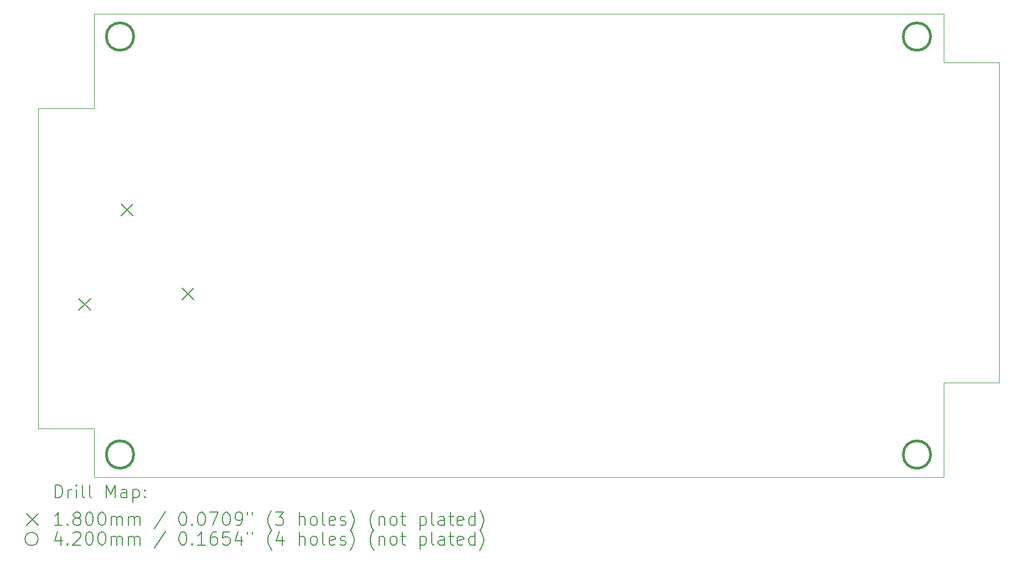
<source format=gbr>
%TF.GenerationSoftware,KiCad,Pcbnew,8.0.1*%
%TF.CreationDate,2025-05-08T07:15:41+02:00*%
%TF.ProjectId,prj-gardmer-mb-v2,70726a2d-6761-4726-946d-65722d6d622d,rev?*%
%TF.SameCoordinates,PX4fa1be0PY7872f60*%
%TF.FileFunction,Drillmap*%
%TF.FilePolarity,Positive*%
%FSLAX45Y45*%
G04 Gerber Fmt 4.5, Leading zero omitted, Abs format (unit mm)*
G04 Created by KiCad (PCBNEW 8.0.1) date 2025-05-08 07:15:41*
%MOMM*%
%LPD*%
G01*
G04 APERTURE LIST*
%ADD10C,0.050000*%
%ADD11C,0.200000*%
%ADD12C,0.180000*%
%ADD13C,0.420000*%
G04 APERTURE END LIST*
D10*
X0Y7100000D02*
X13000000Y7100000D01*
X13000000Y6350000D02*
X13850000Y6350000D01*
X0Y0D02*
X13000000Y0D01*
X13850000Y6350000D02*
X13850000Y1450000D01*
X13850000Y1450000D02*
X13000000Y1450000D01*
X-850000Y5650000D02*
X-850000Y750000D01*
X13000000Y7100000D02*
X13000000Y6350000D01*
X0Y7100000D02*
X0Y5650000D01*
X-850000Y750000D02*
X0Y750000D01*
X13000000Y1450000D02*
X13000000Y0D01*
X0Y5650000D02*
X-850000Y5650000D01*
X0Y750000D02*
X0Y0D01*
D11*
D12*
X-230250Y2737177D02*
X-50250Y2557177D01*
X-50250Y2737177D02*
X-230250Y2557177D01*
X414858Y4188550D02*
X594859Y4008550D01*
X594859Y4188550D02*
X414858Y4008550D01*
X1349437Y2902213D02*
X1529437Y2722213D01*
X1529437Y2902213D02*
X1349437Y2722213D01*
D13*
X610000Y6750000D02*
G75*
G02*
X190000Y6750000I-210000J0D01*
G01*
X190000Y6750000D02*
G75*
G02*
X610000Y6750000I210000J0D01*
G01*
X610000Y350000D02*
G75*
G02*
X190000Y350000I-210000J0D01*
G01*
X190000Y350000D02*
G75*
G02*
X610000Y350000I210000J0D01*
G01*
X12800000Y6750000D02*
G75*
G02*
X12380000Y6750000I-210000J0D01*
G01*
X12380000Y6750000D02*
G75*
G02*
X12800000Y6750000I210000J0D01*
G01*
X12800000Y350000D02*
G75*
G02*
X12380000Y350000I-210000J0D01*
G01*
X12380000Y350000D02*
G75*
G02*
X12800000Y350000I210000J0D01*
G01*
D11*
X-591723Y-313984D02*
X-591723Y-113984D01*
X-591723Y-113984D02*
X-544104Y-113984D01*
X-544104Y-113984D02*
X-515533Y-123508D01*
X-515533Y-123508D02*
X-496485Y-142555D01*
X-496485Y-142555D02*
X-486961Y-161603D01*
X-486961Y-161603D02*
X-477437Y-199698D01*
X-477437Y-199698D02*
X-477437Y-228269D01*
X-477437Y-228269D02*
X-486961Y-266365D01*
X-486961Y-266365D02*
X-496485Y-285412D01*
X-496485Y-285412D02*
X-515533Y-304460D01*
X-515533Y-304460D02*
X-544104Y-313984D01*
X-544104Y-313984D02*
X-591723Y-313984D01*
X-391723Y-313984D02*
X-391723Y-180650D01*
X-391723Y-218746D02*
X-382199Y-199698D01*
X-382199Y-199698D02*
X-372676Y-190174D01*
X-372676Y-190174D02*
X-353628Y-180650D01*
X-353628Y-180650D02*
X-334580Y-180650D01*
X-267914Y-313984D02*
X-267914Y-180650D01*
X-267914Y-113984D02*
X-277438Y-123508D01*
X-277438Y-123508D02*
X-267914Y-133031D01*
X-267914Y-133031D02*
X-258390Y-123508D01*
X-258390Y-123508D02*
X-267914Y-113984D01*
X-267914Y-113984D02*
X-267914Y-133031D01*
X-144104Y-313984D02*
X-163152Y-304460D01*
X-163152Y-304460D02*
X-172676Y-285412D01*
X-172676Y-285412D02*
X-172676Y-113984D01*
X-39342Y-313984D02*
X-58390Y-304460D01*
X-58390Y-304460D02*
X-67914Y-285412D01*
X-67914Y-285412D02*
X-67914Y-113984D01*
X189229Y-313984D02*
X189229Y-113984D01*
X189229Y-113984D02*
X255896Y-256841D01*
X255896Y-256841D02*
X322563Y-113984D01*
X322563Y-113984D02*
X322563Y-313984D01*
X503515Y-313984D02*
X503515Y-209222D01*
X503515Y-209222D02*
X493991Y-190174D01*
X493991Y-190174D02*
X474943Y-180650D01*
X474943Y-180650D02*
X436848Y-180650D01*
X436848Y-180650D02*
X417801Y-190174D01*
X503515Y-304460D02*
X484467Y-313984D01*
X484467Y-313984D02*
X436848Y-313984D01*
X436848Y-313984D02*
X417801Y-304460D01*
X417801Y-304460D02*
X408277Y-285412D01*
X408277Y-285412D02*
X408277Y-266365D01*
X408277Y-266365D02*
X417801Y-247317D01*
X417801Y-247317D02*
X436848Y-237793D01*
X436848Y-237793D02*
X484467Y-237793D01*
X484467Y-237793D02*
X503515Y-228269D01*
X598753Y-180650D02*
X598753Y-380650D01*
X598753Y-190174D02*
X617801Y-180650D01*
X617801Y-180650D02*
X655896Y-180650D01*
X655896Y-180650D02*
X674944Y-190174D01*
X674944Y-190174D02*
X684467Y-199698D01*
X684467Y-199698D02*
X693991Y-218746D01*
X693991Y-218746D02*
X693991Y-275889D01*
X693991Y-275889D02*
X684467Y-294936D01*
X684467Y-294936D02*
X674944Y-304460D01*
X674944Y-304460D02*
X655896Y-313984D01*
X655896Y-313984D02*
X617801Y-313984D01*
X617801Y-313984D02*
X598753Y-304460D01*
X779705Y-294936D02*
X789229Y-304460D01*
X789229Y-304460D02*
X779705Y-313984D01*
X779705Y-313984D02*
X770182Y-304460D01*
X770182Y-304460D02*
X779705Y-294936D01*
X779705Y-294936D02*
X779705Y-313984D01*
X779705Y-190174D02*
X789229Y-199698D01*
X789229Y-199698D02*
X779705Y-209222D01*
X779705Y-209222D02*
X770182Y-199698D01*
X770182Y-199698D02*
X779705Y-190174D01*
X779705Y-190174D02*
X779705Y-209222D01*
D12*
X-1032500Y-552500D02*
X-852500Y-732500D01*
X-852500Y-552500D02*
X-1032500Y-732500D01*
D11*
X-486961Y-733984D02*
X-601247Y-733984D01*
X-544104Y-733984D02*
X-544104Y-533984D01*
X-544104Y-533984D02*
X-563152Y-562555D01*
X-563152Y-562555D02*
X-582199Y-581603D01*
X-582199Y-581603D02*
X-601247Y-591127D01*
X-401247Y-714936D02*
X-391723Y-724460D01*
X-391723Y-724460D02*
X-401247Y-733984D01*
X-401247Y-733984D02*
X-410771Y-724460D01*
X-410771Y-724460D02*
X-401247Y-714936D01*
X-401247Y-714936D02*
X-401247Y-733984D01*
X-277438Y-619698D02*
X-296485Y-610174D01*
X-296485Y-610174D02*
X-306009Y-600650D01*
X-306009Y-600650D02*
X-315533Y-581603D01*
X-315533Y-581603D02*
X-315533Y-572079D01*
X-315533Y-572079D02*
X-306009Y-553031D01*
X-306009Y-553031D02*
X-296485Y-543508D01*
X-296485Y-543508D02*
X-277438Y-533984D01*
X-277438Y-533984D02*
X-239342Y-533984D01*
X-239342Y-533984D02*
X-220295Y-543508D01*
X-220295Y-543508D02*
X-210771Y-553031D01*
X-210771Y-553031D02*
X-201247Y-572079D01*
X-201247Y-572079D02*
X-201247Y-581603D01*
X-201247Y-581603D02*
X-210771Y-600650D01*
X-210771Y-600650D02*
X-220295Y-610174D01*
X-220295Y-610174D02*
X-239342Y-619698D01*
X-239342Y-619698D02*
X-277438Y-619698D01*
X-277438Y-619698D02*
X-296485Y-629222D01*
X-296485Y-629222D02*
X-306009Y-638746D01*
X-306009Y-638746D02*
X-315533Y-657793D01*
X-315533Y-657793D02*
X-315533Y-695889D01*
X-315533Y-695889D02*
X-306009Y-714936D01*
X-306009Y-714936D02*
X-296485Y-724460D01*
X-296485Y-724460D02*
X-277438Y-733984D01*
X-277438Y-733984D02*
X-239342Y-733984D01*
X-239342Y-733984D02*
X-220295Y-724460D01*
X-220295Y-724460D02*
X-210771Y-714936D01*
X-210771Y-714936D02*
X-201247Y-695889D01*
X-201247Y-695889D02*
X-201247Y-657793D01*
X-201247Y-657793D02*
X-210771Y-638746D01*
X-210771Y-638746D02*
X-220295Y-629222D01*
X-220295Y-629222D02*
X-239342Y-619698D01*
X-77438Y-533984D02*
X-58390Y-533984D01*
X-58390Y-533984D02*
X-39342Y-543508D01*
X-39342Y-543508D02*
X-29818Y-553031D01*
X-29818Y-553031D02*
X-20295Y-572079D01*
X-20295Y-572079D02*
X-10771Y-610174D01*
X-10771Y-610174D02*
X-10771Y-657793D01*
X-10771Y-657793D02*
X-20295Y-695889D01*
X-20295Y-695889D02*
X-29818Y-714936D01*
X-29818Y-714936D02*
X-39342Y-724460D01*
X-39342Y-724460D02*
X-58390Y-733984D01*
X-58390Y-733984D02*
X-77438Y-733984D01*
X-77438Y-733984D02*
X-96485Y-724460D01*
X-96485Y-724460D02*
X-106009Y-714936D01*
X-106009Y-714936D02*
X-115533Y-695889D01*
X-115533Y-695889D02*
X-125056Y-657793D01*
X-125056Y-657793D02*
X-125056Y-610174D01*
X-125056Y-610174D02*
X-115533Y-572079D01*
X-115533Y-572079D02*
X-106009Y-553031D01*
X-106009Y-553031D02*
X-96485Y-543508D01*
X-96485Y-543508D02*
X-77438Y-533984D01*
X113039Y-533984D02*
X132086Y-533984D01*
X132086Y-533984D02*
X151134Y-543508D01*
X151134Y-543508D02*
X160658Y-553031D01*
X160658Y-553031D02*
X170182Y-572079D01*
X170182Y-572079D02*
X179705Y-610174D01*
X179705Y-610174D02*
X179705Y-657793D01*
X179705Y-657793D02*
X170182Y-695889D01*
X170182Y-695889D02*
X160658Y-714936D01*
X160658Y-714936D02*
X151134Y-724460D01*
X151134Y-724460D02*
X132086Y-733984D01*
X132086Y-733984D02*
X113039Y-733984D01*
X113039Y-733984D02*
X93991Y-724460D01*
X93991Y-724460D02*
X84467Y-714936D01*
X84467Y-714936D02*
X74944Y-695889D01*
X74944Y-695889D02*
X65420Y-657793D01*
X65420Y-657793D02*
X65420Y-610174D01*
X65420Y-610174D02*
X74944Y-572079D01*
X74944Y-572079D02*
X84467Y-553031D01*
X84467Y-553031D02*
X93991Y-543508D01*
X93991Y-543508D02*
X113039Y-533984D01*
X265420Y-733984D02*
X265420Y-600650D01*
X265420Y-619698D02*
X274944Y-610174D01*
X274944Y-610174D02*
X293991Y-600650D01*
X293991Y-600650D02*
X322563Y-600650D01*
X322563Y-600650D02*
X341610Y-610174D01*
X341610Y-610174D02*
X351134Y-629222D01*
X351134Y-629222D02*
X351134Y-733984D01*
X351134Y-629222D02*
X360658Y-610174D01*
X360658Y-610174D02*
X379705Y-600650D01*
X379705Y-600650D02*
X408277Y-600650D01*
X408277Y-600650D02*
X427324Y-610174D01*
X427324Y-610174D02*
X436848Y-629222D01*
X436848Y-629222D02*
X436848Y-733984D01*
X532086Y-733984D02*
X532086Y-600650D01*
X532086Y-619698D02*
X541610Y-610174D01*
X541610Y-610174D02*
X560658Y-600650D01*
X560658Y-600650D02*
X589229Y-600650D01*
X589229Y-600650D02*
X608277Y-610174D01*
X608277Y-610174D02*
X617801Y-629222D01*
X617801Y-629222D02*
X617801Y-733984D01*
X617801Y-629222D02*
X627325Y-610174D01*
X627325Y-610174D02*
X646372Y-600650D01*
X646372Y-600650D02*
X674944Y-600650D01*
X674944Y-600650D02*
X693991Y-610174D01*
X693991Y-610174D02*
X703515Y-629222D01*
X703515Y-629222D02*
X703515Y-733984D01*
X1093991Y-524460D02*
X922563Y-781603D01*
X1351134Y-533984D02*
X1370182Y-533984D01*
X1370182Y-533984D02*
X1389229Y-543508D01*
X1389229Y-543508D02*
X1398753Y-553031D01*
X1398753Y-553031D02*
X1408277Y-572079D01*
X1408277Y-572079D02*
X1417801Y-610174D01*
X1417801Y-610174D02*
X1417801Y-657793D01*
X1417801Y-657793D02*
X1408277Y-695889D01*
X1408277Y-695889D02*
X1398753Y-714936D01*
X1398753Y-714936D02*
X1389229Y-724460D01*
X1389229Y-724460D02*
X1370182Y-733984D01*
X1370182Y-733984D02*
X1351134Y-733984D01*
X1351134Y-733984D02*
X1332087Y-724460D01*
X1332087Y-724460D02*
X1322563Y-714936D01*
X1322563Y-714936D02*
X1313039Y-695889D01*
X1313039Y-695889D02*
X1303515Y-657793D01*
X1303515Y-657793D02*
X1303515Y-610174D01*
X1303515Y-610174D02*
X1313039Y-572079D01*
X1313039Y-572079D02*
X1322563Y-553031D01*
X1322563Y-553031D02*
X1332087Y-543508D01*
X1332087Y-543508D02*
X1351134Y-533984D01*
X1503515Y-714936D02*
X1513039Y-724460D01*
X1513039Y-724460D02*
X1503515Y-733984D01*
X1503515Y-733984D02*
X1493991Y-724460D01*
X1493991Y-724460D02*
X1503515Y-714936D01*
X1503515Y-714936D02*
X1503515Y-733984D01*
X1636848Y-533984D02*
X1655896Y-533984D01*
X1655896Y-533984D02*
X1674944Y-543508D01*
X1674944Y-543508D02*
X1684467Y-553031D01*
X1684467Y-553031D02*
X1693991Y-572079D01*
X1693991Y-572079D02*
X1703515Y-610174D01*
X1703515Y-610174D02*
X1703515Y-657793D01*
X1703515Y-657793D02*
X1693991Y-695889D01*
X1693991Y-695889D02*
X1684467Y-714936D01*
X1684467Y-714936D02*
X1674944Y-724460D01*
X1674944Y-724460D02*
X1655896Y-733984D01*
X1655896Y-733984D02*
X1636848Y-733984D01*
X1636848Y-733984D02*
X1617801Y-724460D01*
X1617801Y-724460D02*
X1608277Y-714936D01*
X1608277Y-714936D02*
X1598753Y-695889D01*
X1598753Y-695889D02*
X1589229Y-657793D01*
X1589229Y-657793D02*
X1589229Y-610174D01*
X1589229Y-610174D02*
X1598753Y-572079D01*
X1598753Y-572079D02*
X1608277Y-553031D01*
X1608277Y-553031D02*
X1617801Y-543508D01*
X1617801Y-543508D02*
X1636848Y-533984D01*
X1770182Y-533984D02*
X1903515Y-533984D01*
X1903515Y-533984D02*
X1817801Y-733984D01*
X2017801Y-533984D02*
X2036848Y-533984D01*
X2036848Y-533984D02*
X2055896Y-543508D01*
X2055896Y-543508D02*
X2065420Y-553031D01*
X2065420Y-553031D02*
X2074944Y-572079D01*
X2074944Y-572079D02*
X2084467Y-610174D01*
X2084467Y-610174D02*
X2084467Y-657793D01*
X2084467Y-657793D02*
X2074944Y-695889D01*
X2074944Y-695889D02*
X2065420Y-714936D01*
X2065420Y-714936D02*
X2055896Y-724460D01*
X2055896Y-724460D02*
X2036848Y-733984D01*
X2036848Y-733984D02*
X2017801Y-733984D01*
X2017801Y-733984D02*
X1998753Y-724460D01*
X1998753Y-724460D02*
X1989229Y-714936D01*
X1989229Y-714936D02*
X1979706Y-695889D01*
X1979706Y-695889D02*
X1970182Y-657793D01*
X1970182Y-657793D02*
X1970182Y-610174D01*
X1970182Y-610174D02*
X1979706Y-572079D01*
X1979706Y-572079D02*
X1989229Y-553031D01*
X1989229Y-553031D02*
X1998753Y-543508D01*
X1998753Y-543508D02*
X2017801Y-533984D01*
X2179706Y-733984D02*
X2217801Y-733984D01*
X2217801Y-733984D02*
X2236849Y-724460D01*
X2236849Y-724460D02*
X2246372Y-714936D01*
X2246372Y-714936D02*
X2265420Y-686365D01*
X2265420Y-686365D02*
X2274944Y-648270D01*
X2274944Y-648270D02*
X2274944Y-572079D01*
X2274944Y-572079D02*
X2265420Y-553031D01*
X2265420Y-553031D02*
X2255896Y-543508D01*
X2255896Y-543508D02*
X2236849Y-533984D01*
X2236849Y-533984D02*
X2198753Y-533984D01*
X2198753Y-533984D02*
X2179706Y-543508D01*
X2179706Y-543508D02*
X2170182Y-553031D01*
X2170182Y-553031D02*
X2160658Y-572079D01*
X2160658Y-572079D02*
X2160658Y-619698D01*
X2160658Y-619698D02*
X2170182Y-638746D01*
X2170182Y-638746D02*
X2179706Y-648270D01*
X2179706Y-648270D02*
X2198753Y-657793D01*
X2198753Y-657793D02*
X2236849Y-657793D01*
X2236849Y-657793D02*
X2255896Y-648270D01*
X2255896Y-648270D02*
X2265420Y-638746D01*
X2265420Y-638746D02*
X2274944Y-619698D01*
X2351134Y-533984D02*
X2351134Y-572079D01*
X2427325Y-533984D02*
X2427325Y-572079D01*
X2722563Y-810174D02*
X2713039Y-800650D01*
X2713039Y-800650D02*
X2693991Y-772079D01*
X2693991Y-772079D02*
X2684468Y-753031D01*
X2684468Y-753031D02*
X2674944Y-724460D01*
X2674944Y-724460D02*
X2665420Y-676841D01*
X2665420Y-676841D02*
X2665420Y-638746D01*
X2665420Y-638746D02*
X2674944Y-591127D01*
X2674944Y-591127D02*
X2684468Y-562555D01*
X2684468Y-562555D02*
X2693991Y-543508D01*
X2693991Y-543508D02*
X2713039Y-514936D01*
X2713039Y-514936D02*
X2722563Y-505412D01*
X2779706Y-533984D02*
X2903515Y-533984D01*
X2903515Y-533984D02*
X2836848Y-610174D01*
X2836848Y-610174D02*
X2865420Y-610174D01*
X2865420Y-610174D02*
X2884468Y-619698D01*
X2884468Y-619698D02*
X2893991Y-629222D01*
X2893991Y-629222D02*
X2903515Y-648270D01*
X2903515Y-648270D02*
X2903515Y-695889D01*
X2903515Y-695889D02*
X2893991Y-714936D01*
X2893991Y-714936D02*
X2884468Y-724460D01*
X2884468Y-724460D02*
X2865420Y-733984D01*
X2865420Y-733984D02*
X2808277Y-733984D01*
X2808277Y-733984D02*
X2789230Y-724460D01*
X2789230Y-724460D02*
X2779706Y-714936D01*
X3141610Y-733984D02*
X3141610Y-533984D01*
X3227325Y-733984D02*
X3227325Y-629222D01*
X3227325Y-629222D02*
X3217801Y-610174D01*
X3217801Y-610174D02*
X3198753Y-600650D01*
X3198753Y-600650D02*
X3170182Y-600650D01*
X3170182Y-600650D02*
X3151134Y-610174D01*
X3151134Y-610174D02*
X3141610Y-619698D01*
X3351134Y-733984D02*
X3332087Y-724460D01*
X3332087Y-724460D02*
X3322563Y-714936D01*
X3322563Y-714936D02*
X3313039Y-695889D01*
X3313039Y-695889D02*
X3313039Y-638746D01*
X3313039Y-638746D02*
X3322563Y-619698D01*
X3322563Y-619698D02*
X3332087Y-610174D01*
X3332087Y-610174D02*
X3351134Y-600650D01*
X3351134Y-600650D02*
X3379706Y-600650D01*
X3379706Y-600650D02*
X3398753Y-610174D01*
X3398753Y-610174D02*
X3408277Y-619698D01*
X3408277Y-619698D02*
X3417801Y-638746D01*
X3417801Y-638746D02*
X3417801Y-695889D01*
X3417801Y-695889D02*
X3408277Y-714936D01*
X3408277Y-714936D02*
X3398753Y-724460D01*
X3398753Y-724460D02*
X3379706Y-733984D01*
X3379706Y-733984D02*
X3351134Y-733984D01*
X3532087Y-733984D02*
X3513039Y-724460D01*
X3513039Y-724460D02*
X3503515Y-705412D01*
X3503515Y-705412D02*
X3503515Y-533984D01*
X3684468Y-724460D02*
X3665420Y-733984D01*
X3665420Y-733984D02*
X3627325Y-733984D01*
X3627325Y-733984D02*
X3608277Y-724460D01*
X3608277Y-724460D02*
X3598753Y-705412D01*
X3598753Y-705412D02*
X3598753Y-629222D01*
X3598753Y-629222D02*
X3608277Y-610174D01*
X3608277Y-610174D02*
X3627325Y-600650D01*
X3627325Y-600650D02*
X3665420Y-600650D01*
X3665420Y-600650D02*
X3684468Y-610174D01*
X3684468Y-610174D02*
X3693991Y-629222D01*
X3693991Y-629222D02*
X3693991Y-648270D01*
X3693991Y-648270D02*
X3598753Y-667317D01*
X3770182Y-724460D02*
X3789230Y-733984D01*
X3789230Y-733984D02*
X3827325Y-733984D01*
X3827325Y-733984D02*
X3846372Y-724460D01*
X3846372Y-724460D02*
X3855896Y-705412D01*
X3855896Y-705412D02*
X3855896Y-695889D01*
X3855896Y-695889D02*
X3846372Y-676841D01*
X3846372Y-676841D02*
X3827325Y-667317D01*
X3827325Y-667317D02*
X3798753Y-667317D01*
X3798753Y-667317D02*
X3779706Y-657793D01*
X3779706Y-657793D02*
X3770182Y-638746D01*
X3770182Y-638746D02*
X3770182Y-629222D01*
X3770182Y-629222D02*
X3779706Y-610174D01*
X3779706Y-610174D02*
X3798753Y-600650D01*
X3798753Y-600650D02*
X3827325Y-600650D01*
X3827325Y-600650D02*
X3846372Y-610174D01*
X3922563Y-810174D02*
X3932087Y-800650D01*
X3932087Y-800650D02*
X3951134Y-772079D01*
X3951134Y-772079D02*
X3960658Y-753031D01*
X3960658Y-753031D02*
X3970182Y-724460D01*
X3970182Y-724460D02*
X3979706Y-676841D01*
X3979706Y-676841D02*
X3979706Y-638746D01*
X3979706Y-638746D02*
X3970182Y-591127D01*
X3970182Y-591127D02*
X3960658Y-562555D01*
X3960658Y-562555D02*
X3951134Y-543508D01*
X3951134Y-543508D02*
X3932087Y-514936D01*
X3932087Y-514936D02*
X3922563Y-505412D01*
X4284468Y-810174D02*
X4274944Y-800650D01*
X4274944Y-800650D02*
X4255896Y-772079D01*
X4255896Y-772079D02*
X4246373Y-753031D01*
X4246373Y-753031D02*
X4236849Y-724460D01*
X4236849Y-724460D02*
X4227325Y-676841D01*
X4227325Y-676841D02*
X4227325Y-638746D01*
X4227325Y-638746D02*
X4236849Y-591127D01*
X4236849Y-591127D02*
X4246373Y-562555D01*
X4246373Y-562555D02*
X4255896Y-543508D01*
X4255896Y-543508D02*
X4274944Y-514936D01*
X4274944Y-514936D02*
X4284468Y-505412D01*
X4360658Y-600650D02*
X4360658Y-733984D01*
X4360658Y-619698D02*
X4370182Y-610174D01*
X4370182Y-610174D02*
X4389230Y-600650D01*
X4389230Y-600650D02*
X4417801Y-600650D01*
X4417801Y-600650D02*
X4436849Y-610174D01*
X4436849Y-610174D02*
X4446373Y-629222D01*
X4446373Y-629222D02*
X4446373Y-733984D01*
X4570182Y-733984D02*
X4551134Y-724460D01*
X4551134Y-724460D02*
X4541611Y-714936D01*
X4541611Y-714936D02*
X4532087Y-695889D01*
X4532087Y-695889D02*
X4532087Y-638746D01*
X4532087Y-638746D02*
X4541611Y-619698D01*
X4541611Y-619698D02*
X4551134Y-610174D01*
X4551134Y-610174D02*
X4570182Y-600650D01*
X4570182Y-600650D02*
X4598754Y-600650D01*
X4598754Y-600650D02*
X4617801Y-610174D01*
X4617801Y-610174D02*
X4627325Y-619698D01*
X4627325Y-619698D02*
X4636849Y-638746D01*
X4636849Y-638746D02*
X4636849Y-695889D01*
X4636849Y-695889D02*
X4627325Y-714936D01*
X4627325Y-714936D02*
X4617801Y-724460D01*
X4617801Y-724460D02*
X4598754Y-733984D01*
X4598754Y-733984D02*
X4570182Y-733984D01*
X4693992Y-600650D02*
X4770182Y-600650D01*
X4722563Y-533984D02*
X4722563Y-705412D01*
X4722563Y-705412D02*
X4732087Y-724460D01*
X4732087Y-724460D02*
X4751134Y-733984D01*
X4751134Y-733984D02*
X4770182Y-733984D01*
X4989230Y-600650D02*
X4989230Y-800650D01*
X4989230Y-610174D02*
X5008277Y-600650D01*
X5008277Y-600650D02*
X5046373Y-600650D01*
X5046373Y-600650D02*
X5065420Y-610174D01*
X5065420Y-610174D02*
X5074944Y-619698D01*
X5074944Y-619698D02*
X5084468Y-638746D01*
X5084468Y-638746D02*
X5084468Y-695889D01*
X5084468Y-695889D02*
X5074944Y-714936D01*
X5074944Y-714936D02*
X5065420Y-724460D01*
X5065420Y-724460D02*
X5046373Y-733984D01*
X5046373Y-733984D02*
X5008277Y-733984D01*
X5008277Y-733984D02*
X4989230Y-724460D01*
X5198754Y-733984D02*
X5179706Y-724460D01*
X5179706Y-724460D02*
X5170182Y-705412D01*
X5170182Y-705412D02*
X5170182Y-533984D01*
X5360658Y-733984D02*
X5360658Y-629222D01*
X5360658Y-629222D02*
X5351135Y-610174D01*
X5351135Y-610174D02*
X5332087Y-600650D01*
X5332087Y-600650D02*
X5293992Y-600650D01*
X5293992Y-600650D02*
X5274944Y-610174D01*
X5360658Y-724460D02*
X5341611Y-733984D01*
X5341611Y-733984D02*
X5293992Y-733984D01*
X5293992Y-733984D02*
X5274944Y-724460D01*
X5274944Y-724460D02*
X5265420Y-705412D01*
X5265420Y-705412D02*
X5265420Y-686365D01*
X5265420Y-686365D02*
X5274944Y-667317D01*
X5274944Y-667317D02*
X5293992Y-657793D01*
X5293992Y-657793D02*
X5341611Y-657793D01*
X5341611Y-657793D02*
X5360658Y-648270D01*
X5427325Y-600650D02*
X5503515Y-600650D01*
X5455896Y-533984D02*
X5455896Y-705412D01*
X5455896Y-705412D02*
X5465420Y-724460D01*
X5465420Y-724460D02*
X5484468Y-733984D01*
X5484468Y-733984D02*
X5503515Y-733984D01*
X5646373Y-724460D02*
X5627325Y-733984D01*
X5627325Y-733984D02*
X5589230Y-733984D01*
X5589230Y-733984D02*
X5570182Y-724460D01*
X5570182Y-724460D02*
X5560658Y-705412D01*
X5560658Y-705412D02*
X5560658Y-629222D01*
X5560658Y-629222D02*
X5570182Y-610174D01*
X5570182Y-610174D02*
X5589230Y-600650D01*
X5589230Y-600650D02*
X5627325Y-600650D01*
X5627325Y-600650D02*
X5646373Y-610174D01*
X5646373Y-610174D02*
X5655896Y-629222D01*
X5655896Y-629222D02*
X5655896Y-648270D01*
X5655896Y-648270D02*
X5560658Y-667317D01*
X5827325Y-733984D02*
X5827325Y-533984D01*
X5827325Y-724460D02*
X5808277Y-733984D01*
X5808277Y-733984D02*
X5770182Y-733984D01*
X5770182Y-733984D02*
X5751134Y-724460D01*
X5751134Y-724460D02*
X5741611Y-714936D01*
X5741611Y-714936D02*
X5732087Y-695889D01*
X5732087Y-695889D02*
X5732087Y-638746D01*
X5732087Y-638746D02*
X5741611Y-619698D01*
X5741611Y-619698D02*
X5751134Y-610174D01*
X5751134Y-610174D02*
X5770182Y-600650D01*
X5770182Y-600650D02*
X5808277Y-600650D01*
X5808277Y-600650D02*
X5827325Y-610174D01*
X5903515Y-810174D02*
X5913039Y-800650D01*
X5913039Y-800650D02*
X5932087Y-772079D01*
X5932087Y-772079D02*
X5941611Y-753031D01*
X5941611Y-753031D02*
X5951134Y-724460D01*
X5951134Y-724460D02*
X5960658Y-676841D01*
X5960658Y-676841D02*
X5960658Y-638746D01*
X5960658Y-638746D02*
X5951134Y-591127D01*
X5951134Y-591127D02*
X5941611Y-562555D01*
X5941611Y-562555D02*
X5932087Y-543508D01*
X5932087Y-543508D02*
X5913039Y-514936D01*
X5913039Y-514936D02*
X5903515Y-505412D01*
X-852500Y-942500D02*
G75*
G02*
X-1052500Y-942500I-100000J0D01*
G01*
X-1052500Y-942500D02*
G75*
G02*
X-852500Y-942500I100000J0D01*
G01*
X-506009Y-900650D02*
X-506009Y-1033984D01*
X-553628Y-824460D02*
X-601247Y-967317D01*
X-601247Y-967317D02*
X-477437Y-967317D01*
X-401247Y-1014936D02*
X-391723Y-1024460D01*
X-391723Y-1024460D02*
X-401247Y-1033984D01*
X-401247Y-1033984D02*
X-410771Y-1024460D01*
X-410771Y-1024460D02*
X-401247Y-1014936D01*
X-401247Y-1014936D02*
X-401247Y-1033984D01*
X-315533Y-853031D02*
X-306009Y-843508D01*
X-306009Y-843508D02*
X-286961Y-833984D01*
X-286961Y-833984D02*
X-239342Y-833984D01*
X-239342Y-833984D02*
X-220295Y-843508D01*
X-220295Y-843508D02*
X-210771Y-853031D01*
X-210771Y-853031D02*
X-201247Y-872079D01*
X-201247Y-872079D02*
X-201247Y-891127D01*
X-201247Y-891127D02*
X-210771Y-919698D01*
X-210771Y-919698D02*
X-325057Y-1033984D01*
X-325057Y-1033984D02*
X-201247Y-1033984D01*
X-77438Y-833984D02*
X-58390Y-833984D01*
X-58390Y-833984D02*
X-39342Y-843508D01*
X-39342Y-843508D02*
X-29818Y-853031D01*
X-29818Y-853031D02*
X-20295Y-872079D01*
X-20295Y-872079D02*
X-10771Y-910174D01*
X-10771Y-910174D02*
X-10771Y-957793D01*
X-10771Y-957793D02*
X-20295Y-995888D01*
X-20295Y-995888D02*
X-29818Y-1014936D01*
X-29818Y-1014936D02*
X-39342Y-1024460D01*
X-39342Y-1024460D02*
X-58390Y-1033984D01*
X-58390Y-1033984D02*
X-77438Y-1033984D01*
X-77438Y-1033984D02*
X-96485Y-1024460D01*
X-96485Y-1024460D02*
X-106009Y-1014936D01*
X-106009Y-1014936D02*
X-115533Y-995888D01*
X-115533Y-995888D02*
X-125056Y-957793D01*
X-125056Y-957793D02*
X-125056Y-910174D01*
X-125056Y-910174D02*
X-115533Y-872079D01*
X-115533Y-872079D02*
X-106009Y-853031D01*
X-106009Y-853031D02*
X-96485Y-843508D01*
X-96485Y-843508D02*
X-77438Y-833984D01*
X113039Y-833984D02*
X132086Y-833984D01*
X132086Y-833984D02*
X151134Y-843508D01*
X151134Y-843508D02*
X160658Y-853031D01*
X160658Y-853031D02*
X170182Y-872079D01*
X170182Y-872079D02*
X179705Y-910174D01*
X179705Y-910174D02*
X179705Y-957793D01*
X179705Y-957793D02*
X170182Y-995888D01*
X170182Y-995888D02*
X160658Y-1014936D01*
X160658Y-1014936D02*
X151134Y-1024460D01*
X151134Y-1024460D02*
X132086Y-1033984D01*
X132086Y-1033984D02*
X113039Y-1033984D01*
X113039Y-1033984D02*
X93991Y-1024460D01*
X93991Y-1024460D02*
X84467Y-1014936D01*
X84467Y-1014936D02*
X74944Y-995888D01*
X74944Y-995888D02*
X65420Y-957793D01*
X65420Y-957793D02*
X65420Y-910174D01*
X65420Y-910174D02*
X74944Y-872079D01*
X74944Y-872079D02*
X84467Y-853031D01*
X84467Y-853031D02*
X93991Y-843508D01*
X93991Y-843508D02*
X113039Y-833984D01*
X265420Y-1033984D02*
X265420Y-900650D01*
X265420Y-919698D02*
X274944Y-910174D01*
X274944Y-910174D02*
X293991Y-900650D01*
X293991Y-900650D02*
X322563Y-900650D01*
X322563Y-900650D02*
X341610Y-910174D01*
X341610Y-910174D02*
X351134Y-929222D01*
X351134Y-929222D02*
X351134Y-1033984D01*
X351134Y-929222D02*
X360658Y-910174D01*
X360658Y-910174D02*
X379705Y-900650D01*
X379705Y-900650D02*
X408277Y-900650D01*
X408277Y-900650D02*
X427324Y-910174D01*
X427324Y-910174D02*
X436848Y-929222D01*
X436848Y-929222D02*
X436848Y-1033984D01*
X532086Y-1033984D02*
X532086Y-900650D01*
X532086Y-919698D02*
X541610Y-910174D01*
X541610Y-910174D02*
X560658Y-900650D01*
X560658Y-900650D02*
X589229Y-900650D01*
X589229Y-900650D02*
X608277Y-910174D01*
X608277Y-910174D02*
X617801Y-929222D01*
X617801Y-929222D02*
X617801Y-1033984D01*
X617801Y-929222D02*
X627325Y-910174D01*
X627325Y-910174D02*
X646372Y-900650D01*
X646372Y-900650D02*
X674944Y-900650D01*
X674944Y-900650D02*
X693991Y-910174D01*
X693991Y-910174D02*
X703515Y-929222D01*
X703515Y-929222D02*
X703515Y-1033984D01*
X1093991Y-824460D02*
X922563Y-1081603D01*
X1351134Y-833984D02*
X1370182Y-833984D01*
X1370182Y-833984D02*
X1389229Y-843508D01*
X1389229Y-843508D02*
X1398753Y-853031D01*
X1398753Y-853031D02*
X1408277Y-872079D01*
X1408277Y-872079D02*
X1417801Y-910174D01*
X1417801Y-910174D02*
X1417801Y-957793D01*
X1417801Y-957793D02*
X1408277Y-995888D01*
X1408277Y-995888D02*
X1398753Y-1014936D01*
X1398753Y-1014936D02*
X1389229Y-1024460D01*
X1389229Y-1024460D02*
X1370182Y-1033984D01*
X1370182Y-1033984D02*
X1351134Y-1033984D01*
X1351134Y-1033984D02*
X1332087Y-1024460D01*
X1332087Y-1024460D02*
X1322563Y-1014936D01*
X1322563Y-1014936D02*
X1313039Y-995888D01*
X1313039Y-995888D02*
X1303515Y-957793D01*
X1303515Y-957793D02*
X1303515Y-910174D01*
X1303515Y-910174D02*
X1313039Y-872079D01*
X1313039Y-872079D02*
X1322563Y-853031D01*
X1322563Y-853031D02*
X1332087Y-843508D01*
X1332087Y-843508D02*
X1351134Y-833984D01*
X1503515Y-1014936D02*
X1513039Y-1024460D01*
X1513039Y-1024460D02*
X1503515Y-1033984D01*
X1503515Y-1033984D02*
X1493991Y-1024460D01*
X1493991Y-1024460D02*
X1503515Y-1014936D01*
X1503515Y-1014936D02*
X1503515Y-1033984D01*
X1703515Y-1033984D02*
X1589229Y-1033984D01*
X1646372Y-1033984D02*
X1646372Y-833984D01*
X1646372Y-833984D02*
X1627325Y-862555D01*
X1627325Y-862555D02*
X1608277Y-881603D01*
X1608277Y-881603D02*
X1589229Y-891127D01*
X1874944Y-833984D02*
X1836848Y-833984D01*
X1836848Y-833984D02*
X1817801Y-843508D01*
X1817801Y-843508D02*
X1808277Y-853031D01*
X1808277Y-853031D02*
X1789229Y-881603D01*
X1789229Y-881603D02*
X1779706Y-919698D01*
X1779706Y-919698D02*
X1779706Y-995888D01*
X1779706Y-995888D02*
X1789229Y-1014936D01*
X1789229Y-1014936D02*
X1798753Y-1024460D01*
X1798753Y-1024460D02*
X1817801Y-1033984D01*
X1817801Y-1033984D02*
X1855896Y-1033984D01*
X1855896Y-1033984D02*
X1874944Y-1024460D01*
X1874944Y-1024460D02*
X1884467Y-1014936D01*
X1884467Y-1014936D02*
X1893991Y-995888D01*
X1893991Y-995888D02*
X1893991Y-948269D01*
X1893991Y-948269D02*
X1884467Y-929222D01*
X1884467Y-929222D02*
X1874944Y-919698D01*
X1874944Y-919698D02*
X1855896Y-910174D01*
X1855896Y-910174D02*
X1817801Y-910174D01*
X1817801Y-910174D02*
X1798753Y-919698D01*
X1798753Y-919698D02*
X1789229Y-929222D01*
X1789229Y-929222D02*
X1779706Y-948269D01*
X2074944Y-833984D02*
X1979706Y-833984D01*
X1979706Y-833984D02*
X1970182Y-929222D01*
X1970182Y-929222D02*
X1979706Y-919698D01*
X1979706Y-919698D02*
X1998753Y-910174D01*
X1998753Y-910174D02*
X2046372Y-910174D01*
X2046372Y-910174D02*
X2065420Y-919698D01*
X2065420Y-919698D02*
X2074944Y-929222D01*
X2074944Y-929222D02*
X2084467Y-948269D01*
X2084467Y-948269D02*
X2084467Y-995888D01*
X2084467Y-995888D02*
X2074944Y-1014936D01*
X2074944Y-1014936D02*
X2065420Y-1024460D01*
X2065420Y-1024460D02*
X2046372Y-1033984D01*
X2046372Y-1033984D02*
X1998753Y-1033984D01*
X1998753Y-1033984D02*
X1979706Y-1024460D01*
X1979706Y-1024460D02*
X1970182Y-1014936D01*
X2255896Y-900650D02*
X2255896Y-1033984D01*
X2208277Y-824460D02*
X2160658Y-967317D01*
X2160658Y-967317D02*
X2284468Y-967317D01*
X2351134Y-833984D02*
X2351134Y-872079D01*
X2427325Y-833984D02*
X2427325Y-872079D01*
X2722563Y-1110174D02*
X2713039Y-1100650D01*
X2713039Y-1100650D02*
X2693991Y-1072079D01*
X2693991Y-1072079D02*
X2684468Y-1053031D01*
X2684468Y-1053031D02*
X2674944Y-1024460D01*
X2674944Y-1024460D02*
X2665420Y-976841D01*
X2665420Y-976841D02*
X2665420Y-938746D01*
X2665420Y-938746D02*
X2674944Y-891127D01*
X2674944Y-891127D02*
X2684468Y-862555D01*
X2684468Y-862555D02*
X2693991Y-843508D01*
X2693991Y-843508D02*
X2713039Y-814936D01*
X2713039Y-814936D02*
X2722563Y-805412D01*
X2884468Y-900650D02*
X2884468Y-1033984D01*
X2836848Y-824460D02*
X2789230Y-967317D01*
X2789230Y-967317D02*
X2913039Y-967317D01*
X3141610Y-1033984D02*
X3141610Y-833984D01*
X3227325Y-1033984D02*
X3227325Y-929222D01*
X3227325Y-929222D02*
X3217801Y-910174D01*
X3217801Y-910174D02*
X3198753Y-900650D01*
X3198753Y-900650D02*
X3170182Y-900650D01*
X3170182Y-900650D02*
X3151134Y-910174D01*
X3151134Y-910174D02*
X3141610Y-919698D01*
X3351134Y-1033984D02*
X3332087Y-1024460D01*
X3332087Y-1024460D02*
X3322563Y-1014936D01*
X3322563Y-1014936D02*
X3313039Y-995888D01*
X3313039Y-995888D02*
X3313039Y-938746D01*
X3313039Y-938746D02*
X3322563Y-919698D01*
X3322563Y-919698D02*
X3332087Y-910174D01*
X3332087Y-910174D02*
X3351134Y-900650D01*
X3351134Y-900650D02*
X3379706Y-900650D01*
X3379706Y-900650D02*
X3398753Y-910174D01*
X3398753Y-910174D02*
X3408277Y-919698D01*
X3408277Y-919698D02*
X3417801Y-938746D01*
X3417801Y-938746D02*
X3417801Y-995888D01*
X3417801Y-995888D02*
X3408277Y-1014936D01*
X3408277Y-1014936D02*
X3398753Y-1024460D01*
X3398753Y-1024460D02*
X3379706Y-1033984D01*
X3379706Y-1033984D02*
X3351134Y-1033984D01*
X3532087Y-1033984D02*
X3513039Y-1024460D01*
X3513039Y-1024460D02*
X3503515Y-1005412D01*
X3503515Y-1005412D02*
X3503515Y-833984D01*
X3684468Y-1024460D02*
X3665420Y-1033984D01*
X3665420Y-1033984D02*
X3627325Y-1033984D01*
X3627325Y-1033984D02*
X3608277Y-1024460D01*
X3608277Y-1024460D02*
X3598753Y-1005412D01*
X3598753Y-1005412D02*
X3598753Y-929222D01*
X3598753Y-929222D02*
X3608277Y-910174D01*
X3608277Y-910174D02*
X3627325Y-900650D01*
X3627325Y-900650D02*
X3665420Y-900650D01*
X3665420Y-900650D02*
X3684468Y-910174D01*
X3684468Y-910174D02*
X3693991Y-929222D01*
X3693991Y-929222D02*
X3693991Y-948269D01*
X3693991Y-948269D02*
X3598753Y-967317D01*
X3770182Y-1024460D02*
X3789230Y-1033984D01*
X3789230Y-1033984D02*
X3827325Y-1033984D01*
X3827325Y-1033984D02*
X3846372Y-1024460D01*
X3846372Y-1024460D02*
X3855896Y-1005412D01*
X3855896Y-1005412D02*
X3855896Y-995888D01*
X3855896Y-995888D02*
X3846372Y-976841D01*
X3846372Y-976841D02*
X3827325Y-967317D01*
X3827325Y-967317D02*
X3798753Y-967317D01*
X3798753Y-967317D02*
X3779706Y-957793D01*
X3779706Y-957793D02*
X3770182Y-938746D01*
X3770182Y-938746D02*
X3770182Y-929222D01*
X3770182Y-929222D02*
X3779706Y-910174D01*
X3779706Y-910174D02*
X3798753Y-900650D01*
X3798753Y-900650D02*
X3827325Y-900650D01*
X3827325Y-900650D02*
X3846372Y-910174D01*
X3922563Y-1110174D02*
X3932087Y-1100650D01*
X3932087Y-1100650D02*
X3951134Y-1072079D01*
X3951134Y-1072079D02*
X3960658Y-1053031D01*
X3960658Y-1053031D02*
X3970182Y-1024460D01*
X3970182Y-1024460D02*
X3979706Y-976841D01*
X3979706Y-976841D02*
X3979706Y-938746D01*
X3979706Y-938746D02*
X3970182Y-891127D01*
X3970182Y-891127D02*
X3960658Y-862555D01*
X3960658Y-862555D02*
X3951134Y-843508D01*
X3951134Y-843508D02*
X3932087Y-814936D01*
X3932087Y-814936D02*
X3922563Y-805412D01*
X4284468Y-1110174D02*
X4274944Y-1100650D01*
X4274944Y-1100650D02*
X4255896Y-1072079D01*
X4255896Y-1072079D02*
X4246373Y-1053031D01*
X4246373Y-1053031D02*
X4236849Y-1024460D01*
X4236849Y-1024460D02*
X4227325Y-976841D01*
X4227325Y-976841D02*
X4227325Y-938746D01*
X4227325Y-938746D02*
X4236849Y-891127D01*
X4236849Y-891127D02*
X4246373Y-862555D01*
X4246373Y-862555D02*
X4255896Y-843508D01*
X4255896Y-843508D02*
X4274944Y-814936D01*
X4274944Y-814936D02*
X4284468Y-805412D01*
X4360658Y-900650D02*
X4360658Y-1033984D01*
X4360658Y-919698D02*
X4370182Y-910174D01*
X4370182Y-910174D02*
X4389230Y-900650D01*
X4389230Y-900650D02*
X4417801Y-900650D01*
X4417801Y-900650D02*
X4436849Y-910174D01*
X4436849Y-910174D02*
X4446373Y-929222D01*
X4446373Y-929222D02*
X4446373Y-1033984D01*
X4570182Y-1033984D02*
X4551134Y-1024460D01*
X4551134Y-1024460D02*
X4541611Y-1014936D01*
X4541611Y-1014936D02*
X4532087Y-995888D01*
X4532087Y-995888D02*
X4532087Y-938746D01*
X4532087Y-938746D02*
X4541611Y-919698D01*
X4541611Y-919698D02*
X4551134Y-910174D01*
X4551134Y-910174D02*
X4570182Y-900650D01*
X4570182Y-900650D02*
X4598754Y-900650D01*
X4598754Y-900650D02*
X4617801Y-910174D01*
X4617801Y-910174D02*
X4627325Y-919698D01*
X4627325Y-919698D02*
X4636849Y-938746D01*
X4636849Y-938746D02*
X4636849Y-995888D01*
X4636849Y-995888D02*
X4627325Y-1014936D01*
X4627325Y-1014936D02*
X4617801Y-1024460D01*
X4617801Y-1024460D02*
X4598754Y-1033984D01*
X4598754Y-1033984D02*
X4570182Y-1033984D01*
X4693992Y-900650D02*
X4770182Y-900650D01*
X4722563Y-833984D02*
X4722563Y-1005412D01*
X4722563Y-1005412D02*
X4732087Y-1024460D01*
X4732087Y-1024460D02*
X4751134Y-1033984D01*
X4751134Y-1033984D02*
X4770182Y-1033984D01*
X4989230Y-900650D02*
X4989230Y-1100650D01*
X4989230Y-910174D02*
X5008277Y-900650D01*
X5008277Y-900650D02*
X5046373Y-900650D01*
X5046373Y-900650D02*
X5065420Y-910174D01*
X5065420Y-910174D02*
X5074944Y-919698D01*
X5074944Y-919698D02*
X5084468Y-938746D01*
X5084468Y-938746D02*
X5084468Y-995888D01*
X5084468Y-995888D02*
X5074944Y-1014936D01*
X5074944Y-1014936D02*
X5065420Y-1024460D01*
X5065420Y-1024460D02*
X5046373Y-1033984D01*
X5046373Y-1033984D02*
X5008277Y-1033984D01*
X5008277Y-1033984D02*
X4989230Y-1024460D01*
X5198754Y-1033984D02*
X5179706Y-1024460D01*
X5179706Y-1024460D02*
X5170182Y-1005412D01*
X5170182Y-1005412D02*
X5170182Y-833984D01*
X5360658Y-1033984D02*
X5360658Y-929222D01*
X5360658Y-929222D02*
X5351135Y-910174D01*
X5351135Y-910174D02*
X5332087Y-900650D01*
X5332087Y-900650D02*
X5293992Y-900650D01*
X5293992Y-900650D02*
X5274944Y-910174D01*
X5360658Y-1024460D02*
X5341611Y-1033984D01*
X5341611Y-1033984D02*
X5293992Y-1033984D01*
X5293992Y-1033984D02*
X5274944Y-1024460D01*
X5274944Y-1024460D02*
X5265420Y-1005412D01*
X5265420Y-1005412D02*
X5265420Y-986365D01*
X5265420Y-986365D02*
X5274944Y-967317D01*
X5274944Y-967317D02*
X5293992Y-957793D01*
X5293992Y-957793D02*
X5341611Y-957793D01*
X5341611Y-957793D02*
X5360658Y-948269D01*
X5427325Y-900650D02*
X5503515Y-900650D01*
X5455896Y-833984D02*
X5455896Y-1005412D01*
X5455896Y-1005412D02*
X5465420Y-1024460D01*
X5465420Y-1024460D02*
X5484468Y-1033984D01*
X5484468Y-1033984D02*
X5503515Y-1033984D01*
X5646373Y-1024460D02*
X5627325Y-1033984D01*
X5627325Y-1033984D02*
X5589230Y-1033984D01*
X5589230Y-1033984D02*
X5570182Y-1024460D01*
X5570182Y-1024460D02*
X5560658Y-1005412D01*
X5560658Y-1005412D02*
X5560658Y-929222D01*
X5560658Y-929222D02*
X5570182Y-910174D01*
X5570182Y-910174D02*
X5589230Y-900650D01*
X5589230Y-900650D02*
X5627325Y-900650D01*
X5627325Y-900650D02*
X5646373Y-910174D01*
X5646373Y-910174D02*
X5655896Y-929222D01*
X5655896Y-929222D02*
X5655896Y-948269D01*
X5655896Y-948269D02*
X5560658Y-967317D01*
X5827325Y-1033984D02*
X5827325Y-833984D01*
X5827325Y-1024460D02*
X5808277Y-1033984D01*
X5808277Y-1033984D02*
X5770182Y-1033984D01*
X5770182Y-1033984D02*
X5751134Y-1024460D01*
X5751134Y-1024460D02*
X5741611Y-1014936D01*
X5741611Y-1014936D02*
X5732087Y-995888D01*
X5732087Y-995888D02*
X5732087Y-938746D01*
X5732087Y-938746D02*
X5741611Y-919698D01*
X5741611Y-919698D02*
X5751134Y-910174D01*
X5751134Y-910174D02*
X5770182Y-900650D01*
X5770182Y-900650D02*
X5808277Y-900650D01*
X5808277Y-900650D02*
X5827325Y-910174D01*
X5903515Y-1110174D02*
X5913039Y-1100650D01*
X5913039Y-1100650D02*
X5932087Y-1072079D01*
X5932087Y-1072079D02*
X5941611Y-1053031D01*
X5941611Y-1053031D02*
X5951134Y-1024460D01*
X5951134Y-1024460D02*
X5960658Y-976841D01*
X5960658Y-976841D02*
X5960658Y-938746D01*
X5960658Y-938746D02*
X5951134Y-891127D01*
X5951134Y-891127D02*
X5941611Y-862555D01*
X5941611Y-862555D02*
X5932087Y-843508D01*
X5932087Y-843508D02*
X5913039Y-814936D01*
X5913039Y-814936D02*
X5903515Y-805412D01*
M02*

</source>
